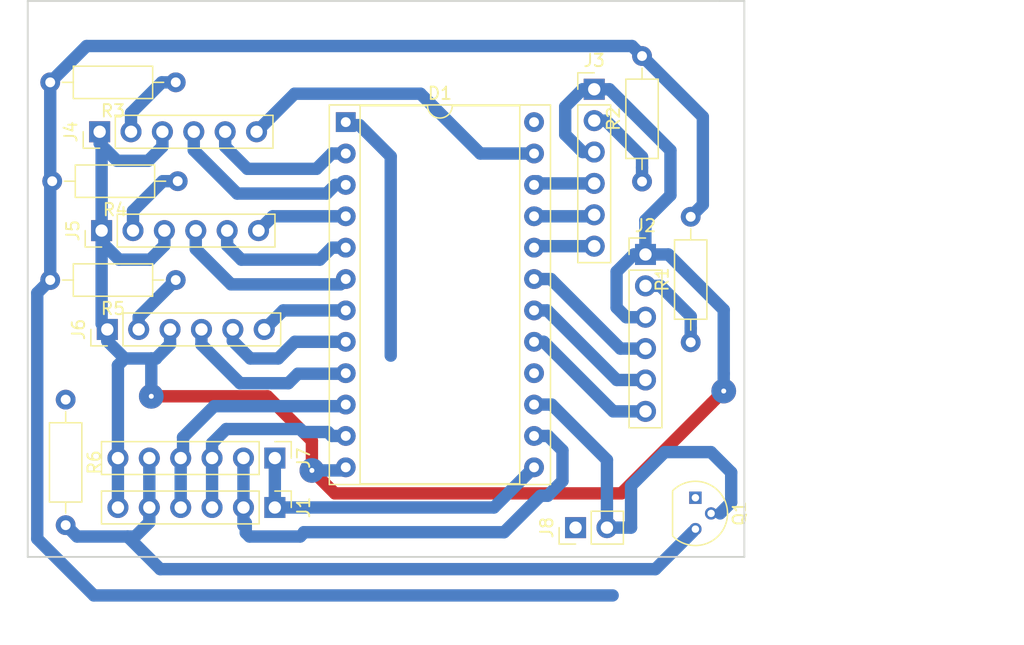
<source format=kicad_pcb>
(kicad_pcb (version 4) (host pcbnew 4.0.7-e2-6376~58~ubuntu14.04.1)

  (general
    (links 53)
    (no_connects 8)
    (area 103.924999 17.924999 162.075001 63.075001)
    (thickness 1.6)
    (drawings 8)
    (tracks 210)
    (zones 0)
    (modules 16)
    (nets 30)
  )

  (page A4)
  (layers
    (0 F.Cu signal)
    (31 B.Cu signal)
    (32 B.Adhes user)
    (33 F.Adhes user)
    (34 B.Paste user)
    (35 F.Paste user)
    (36 B.SilkS user)
    (37 F.SilkS user)
    (38 B.Mask user)
    (39 F.Mask user)
    (40 Dwgs.User user)
    (41 Cmts.User user)
    (42 Eco1.User user)
    (43 Eco2.User user)
    (44 Edge.Cuts user)
    (45 Margin user)
    (46 B.CrtYd user)
    (47 F.CrtYd user)
    (48 B.Fab user)
    (49 F.Fab user)
  )

  (setup
    (last_trace_width 1)
    (trace_clearance 1)
    (zone_clearance 0.508)
    (zone_45_only no)
    (trace_min 0.2)
    (segment_width 0.2)
    (edge_width 0.15)
    (via_size 1)
    (via_drill 0.4)
    (via_min_size 0.4)
    (via_min_drill 0.3)
    (uvia_size 0.3)
    (uvia_drill 0.1)
    (uvias_allowed no)
    (uvia_min_size 0.2)
    (uvia_min_drill 0.1)
    (pcb_text_width 0.3)
    (pcb_text_size 1.5 1.5)
    (mod_edge_width 0.15)
    (mod_text_size 1 1)
    (mod_text_width 0.15)
    (pad_size 1.524 1.524)
    (pad_drill 0.762)
    (pad_to_mask_clearance 0.2)
    (aux_axis_origin 0 0)
    (visible_elements FFFFFF7F)
    (pcbplotparams
      (layerselection 0x00030_80000001)
      (usegerberextensions false)
      (excludeedgelayer true)
      (linewidth 0.100000)
      (plotframeref false)
      (viasonmask false)
      (mode 1)
      (useauxorigin false)
      (hpglpennumber 1)
      (hpglpenspeed 20)
      (hpglpendiameter 15)
      (hpglpenoverlay 2)
      (psnegative false)
      (psa4output false)
      (plotreference true)
      (plotvalue true)
      (plotinvisibletext false)
      (padsonsilk false)
      (subtractmaskfromsilk false)
      (outputformat 1)
      (mirror false)
      (drillshape 0)
      (scaleselection 1)
      (outputdirectory ""))
  )

  (net 0 "")
  (net 1 /S3)
  (net 2 "Net-(D1-Pad2)")
  (net 3 /S2)
  (net 4 "Net-(D1-Pad3)")
  (net 5 Earth)
  (net 6 "Net-(D1-Pad4)")
  (net 7 "Net-(D1-Pad5)")
  (net 8 "Net-(D1-Pad17)")
  (net 9 "Net-(D1-Pad6)")
  (net 10 "Net-(D1-Pad18)")
  (net 11 "Net-(D1-Pad7)")
  (net 12 "Net-(D1-Pad19)")
  (net 13 "Net-(D1-Pad8)")
  (net 14 "Net-(D1-Pad20)")
  (net 15 "Net-(D1-Pad9)")
  (net 16 "Net-(D1-Pad21)")
  (net 17 /S0)
  (net 18 "Net-(D1-Pad22)")
  (net 19 /S1)
  (net 20 "Net-(D1-Pad23)")
  (net 21 +5V)
  (net 22 "Net-(J2-Pad2)")
  (net 23 "Net-(J3-Pad2)")
  (net 24 "Net-(J4-Pad2)")
  (net 25 "Net-(J5-Pad2)")
  (net 26 "Net-(J6-Pad2)")
  (net 27 /output)
  (net 28 /enable)
  (net 29 /ledpow)

  (net_class Default "This is the default net class."
    (clearance 1)
    (trace_width 1)
    (via_dia 1)
    (via_drill 0.4)
    (uvia_dia 0.3)
    (uvia_drill 0.1)
    (add_net +5V)
    (add_net /S0)
    (add_net /S1)
    (add_net /S2)
    (add_net /S3)
    (add_net /enable)
    (add_net /ledpow)
    (add_net /output)
    (add_net Earth)
    (add_net "Net-(D1-Pad17)")
    (add_net "Net-(D1-Pad18)")
    (add_net "Net-(D1-Pad19)")
    (add_net "Net-(D1-Pad2)")
    (add_net "Net-(D1-Pad20)")
    (add_net "Net-(D1-Pad21)")
    (add_net "Net-(D1-Pad22)")
    (add_net "Net-(D1-Pad23)")
    (add_net "Net-(D1-Pad3)")
    (add_net "Net-(D1-Pad4)")
    (add_net "Net-(D1-Pad5)")
    (add_net "Net-(D1-Pad6)")
    (add_net "Net-(D1-Pad7)")
    (add_net "Net-(D1-Pad8)")
    (add_net "Net-(D1-Pad9)")
    (add_net "Net-(J2-Pad2)")
    (add_net "Net-(J3-Pad2)")
    (add_net "Net-(J4-Pad2)")
    (add_net "Net-(J5-Pad2)")
    (add_net "Net-(J6-Pad2)")
  )

  (module Resistors_THT:R_Axial_DIN0207_L6.3mm_D2.5mm_P10.16mm_Horizontal (layer F.Cu) (tedit 5874F706) (tstamp 5B6F0F4A)
    (at 107.07 50.27 270)
    (descr "Resistor, Axial_DIN0207 series, Axial, Horizontal, pin pitch=10.16mm, 0.25W = 1/4W, length*diameter=6.3*2.5mm^2, http://cdn-reichelt.de/documents/datenblatt/B400/1_4W%23YAG.pdf")
    (tags "Resistor Axial_DIN0207 series Axial Horizontal pin pitch 10.16mm 0.25W = 1/4W length 6.3mm diameter 2.5mm")
    (path /5B6F203E)
    (fp_text reference R6 (at 5.08 -2.31 270) (layer F.SilkS)
      (effects (font (size 1 1) (thickness 0.15)))
    )
    (fp_text value R (at 5.08 2.31 270) (layer F.Fab)
      (effects (font (size 1 1) (thickness 0.15)))
    )
    (fp_line (start 1.93 -1.25) (end 1.93 1.25) (layer F.Fab) (width 0.1))
    (fp_line (start 1.93 1.25) (end 8.23 1.25) (layer F.Fab) (width 0.1))
    (fp_line (start 8.23 1.25) (end 8.23 -1.25) (layer F.Fab) (width 0.1))
    (fp_line (start 8.23 -1.25) (end 1.93 -1.25) (layer F.Fab) (width 0.1))
    (fp_line (start 0 0) (end 1.93 0) (layer F.Fab) (width 0.1))
    (fp_line (start 10.16 0) (end 8.23 0) (layer F.Fab) (width 0.1))
    (fp_line (start 1.87 -1.31) (end 1.87 1.31) (layer F.SilkS) (width 0.12))
    (fp_line (start 1.87 1.31) (end 8.29 1.31) (layer F.SilkS) (width 0.12))
    (fp_line (start 8.29 1.31) (end 8.29 -1.31) (layer F.SilkS) (width 0.12))
    (fp_line (start 8.29 -1.31) (end 1.87 -1.31) (layer F.SilkS) (width 0.12))
    (fp_line (start 0.98 0) (end 1.87 0) (layer F.SilkS) (width 0.12))
    (fp_line (start 9.18 0) (end 8.29 0) (layer F.SilkS) (width 0.12))
    (fp_line (start -1.05 -1.6) (end -1.05 1.6) (layer F.CrtYd) (width 0.05))
    (fp_line (start -1.05 1.6) (end 11.25 1.6) (layer F.CrtYd) (width 0.05))
    (fp_line (start 11.25 1.6) (end 11.25 -1.6) (layer F.CrtYd) (width 0.05))
    (fp_line (start 11.25 -1.6) (end -1.05 -1.6) (layer F.CrtYd) (width 0.05))
    (pad 1 thru_hole circle (at 0 0 270) (size 1.6 1.6) (drill 0.8) (layers *.Cu *.Mask)
      (net 27 /output))
    (pad 2 thru_hole oval (at 10.16 0 270) (size 1.6 1.6) (drill 0.8) (layers *.Cu *.Mask)
      (net 21 +5V))
    (model ${KISYS3DMOD}/Resistors_THT.3dshapes/R_Axial_DIN0207_L6.3mm_D2.5mm_P10.16mm_Horizontal.wrl
      (at (xyz 0 0 0))
      (scale (xyz 0.393701 0.393701 0.393701))
      (rotate (xyz 0 0 0))
    )
  )

  (module Housings_DIP:DIP-24_W15.24mm_Socket (layer F.Cu) (tedit 59C78D6C) (tstamp 5B63208C)
    (at 129.74 27.81)
    (descr "24-lead though-hole mounted DIP package, row spacing 15.24 mm (600 mils), Socket")
    (tags "THT DIP DIL PDIP 2.54mm 15.24mm 600mil Socket")
    (path /5B62DF58)
    (fp_text reference D1 (at 7.62 -2.33) (layer F.SilkS)
      (effects (font (size 1 1) (thickness 0.15)))
    )
    (fp_text value 74HC4067 (at 7.62 30.27) (layer F.Fab)
      (effects (font (size 1 1) (thickness 0.15)))
    )
    (fp_arc (start 7.62 -1.33) (end 6.62 -1.33) (angle -180) (layer F.SilkS) (width 0.12))
    (fp_line (start 1.255 -1.27) (end 14.985 -1.27) (layer F.Fab) (width 0.1))
    (fp_line (start 14.985 -1.27) (end 14.985 29.21) (layer F.Fab) (width 0.1))
    (fp_line (start 14.985 29.21) (end 0.255 29.21) (layer F.Fab) (width 0.1))
    (fp_line (start 0.255 29.21) (end 0.255 -0.27) (layer F.Fab) (width 0.1))
    (fp_line (start 0.255 -0.27) (end 1.255 -1.27) (layer F.Fab) (width 0.1))
    (fp_line (start -1.27 -1.33) (end -1.27 29.27) (layer F.Fab) (width 0.1))
    (fp_line (start -1.27 29.27) (end 16.51 29.27) (layer F.Fab) (width 0.1))
    (fp_line (start 16.51 29.27) (end 16.51 -1.33) (layer F.Fab) (width 0.1))
    (fp_line (start 16.51 -1.33) (end -1.27 -1.33) (layer F.Fab) (width 0.1))
    (fp_line (start 6.62 -1.33) (end 1.16 -1.33) (layer F.SilkS) (width 0.12))
    (fp_line (start 1.16 -1.33) (end 1.16 29.27) (layer F.SilkS) (width 0.12))
    (fp_line (start 1.16 29.27) (end 14.08 29.27) (layer F.SilkS) (width 0.12))
    (fp_line (start 14.08 29.27) (end 14.08 -1.33) (layer F.SilkS) (width 0.12))
    (fp_line (start 14.08 -1.33) (end 8.62 -1.33) (layer F.SilkS) (width 0.12))
    (fp_line (start -1.33 -1.39) (end -1.33 29.33) (layer F.SilkS) (width 0.12))
    (fp_line (start -1.33 29.33) (end 16.57 29.33) (layer F.SilkS) (width 0.12))
    (fp_line (start 16.57 29.33) (end 16.57 -1.39) (layer F.SilkS) (width 0.12))
    (fp_line (start 16.57 -1.39) (end -1.33 -1.39) (layer F.SilkS) (width 0.12))
    (fp_line (start -1.55 -1.6) (end -1.55 29.55) (layer F.CrtYd) (width 0.05))
    (fp_line (start -1.55 29.55) (end 16.8 29.55) (layer F.CrtYd) (width 0.05))
    (fp_line (start 16.8 29.55) (end 16.8 -1.6) (layer F.CrtYd) (width 0.05))
    (fp_line (start 16.8 -1.6) (end -1.55 -1.6) (layer F.CrtYd) (width 0.05))
    (fp_text user %R (at 7.62 13.97) (layer F.Fab)
      (effects (font (size 1 1) (thickness 0.15)))
    )
    (pad 1 thru_hole rect (at 0 0) (size 1.6 1.6) (drill 0.8) (layers *.Cu *.Mask)
      (net 27 /output))
    (pad 13 thru_hole oval (at 15.24 27.94) (size 1.6 1.6) (drill 0.8) (layers *.Cu *.Mask)
      (net 1 /S3))
    (pad 2 thru_hole oval (at 0 2.54) (size 1.6 1.6) (drill 0.8) (layers *.Cu *.Mask)
      (net 2 "Net-(D1-Pad2)"))
    (pad 14 thru_hole oval (at 15.24 25.4) (size 1.6 1.6) (drill 0.8) (layers *.Cu *.Mask)
      (net 3 /S2))
    (pad 3 thru_hole oval (at 0 5.08) (size 1.6 1.6) (drill 0.8) (layers *.Cu *.Mask)
      (net 4 "Net-(D1-Pad3)"))
    (pad 15 thru_hole oval (at 15.24 22.86) (size 1.6 1.6) (drill 0.8) (layers *.Cu *.Mask)
      (net 28 /enable))
    (pad 4 thru_hole oval (at 0 7.62) (size 1.6 1.6) (drill 0.8) (layers *.Cu *.Mask)
      (net 6 "Net-(D1-Pad4)"))
    (pad 16 thru_hole oval (at 15.24 20.32) (size 1.6 1.6) (drill 0.8) (layers *.Cu *.Mask))
    (pad 5 thru_hole oval (at 0 10.16) (size 1.6 1.6) (drill 0.8) (layers *.Cu *.Mask)
      (net 7 "Net-(D1-Pad5)"))
    (pad 17 thru_hole oval (at 15.24 17.78) (size 1.6 1.6) (drill 0.8) (layers *.Cu *.Mask)
      (net 8 "Net-(D1-Pad17)"))
    (pad 6 thru_hole oval (at 0 12.7) (size 1.6 1.6) (drill 0.8) (layers *.Cu *.Mask)
      (net 9 "Net-(D1-Pad6)"))
    (pad 18 thru_hole oval (at 15.24 15.24) (size 1.6 1.6) (drill 0.8) (layers *.Cu *.Mask)
      (net 10 "Net-(D1-Pad18)"))
    (pad 7 thru_hole oval (at 0 15.24) (size 1.6 1.6) (drill 0.8) (layers *.Cu *.Mask)
      (net 11 "Net-(D1-Pad7)"))
    (pad 19 thru_hole oval (at 15.24 12.7) (size 1.6 1.6) (drill 0.8) (layers *.Cu *.Mask)
      (net 12 "Net-(D1-Pad19)"))
    (pad 8 thru_hole oval (at 0 17.78) (size 1.6 1.6) (drill 0.8) (layers *.Cu *.Mask)
      (net 13 "Net-(D1-Pad8)"))
    (pad 20 thru_hole oval (at 15.24 10.16) (size 1.6 1.6) (drill 0.8) (layers *.Cu *.Mask)
      (net 14 "Net-(D1-Pad20)"))
    (pad 9 thru_hole oval (at 0 20.32) (size 1.6 1.6) (drill 0.8) (layers *.Cu *.Mask)
      (net 15 "Net-(D1-Pad9)"))
    (pad 21 thru_hole oval (at 15.24 7.62) (size 1.6 1.6) (drill 0.8) (layers *.Cu *.Mask)
      (net 16 "Net-(D1-Pad21)"))
    (pad 10 thru_hole oval (at 0 22.86) (size 1.6 1.6) (drill 0.8) (layers *.Cu *.Mask)
      (net 17 /S0))
    (pad 22 thru_hole oval (at 15.24 5.08) (size 1.6 1.6) (drill 0.8) (layers *.Cu *.Mask)
      (net 18 "Net-(D1-Pad22)"))
    (pad 11 thru_hole oval (at 0 25.4) (size 1.6 1.6) (drill 0.8) (layers *.Cu *.Mask)
      (net 19 /S1))
    (pad 23 thru_hole oval (at 15.24 2.54) (size 1.6 1.6) (drill 0.8) (layers *.Cu *.Mask)
      (net 20 "Net-(D1-Pad23)"))
    (pad 12 thru_hole oval (at 0 27.94) (size 1.6 1.6) (drill 0.8) (layers *.Cu *.Mask)
      (net 5 Earth))
    (pad 24 thru_hole oval (at 15.24 0) (size 1.6 1.6) (drill 0.8) (layers *.Cu *.Mask)
      (net 21 +5V))
    (model ${KISYS3DMOD}/Housings_DIP.3dshapes/DIP-24_W15.24mm_Socket.wrl
      (at (xyz 0 0 0))
      (scale (xyz 1 1 1))
      (rotate (xyz 0 0 0))
    )
  )

  (module Resistors_THT:R_Axial_DIN0207_L6.3mm_D2.5mm_P10.16mm_Horizontal (layer F.Cu) (tedit 5874F706) (tstamp 5B63218F)
    (at 115.98 40.59 180)
    (descr "Resistor, Axial_DIN0207 series, Axial, Horizontal, pin pitch=10.16mm, 0.25W = 1/4W, length*diameter=6.3*2.5mm^2, http://cdn-reichelt.de/documents/datenblatt/B400/1_4W%23YAG.pdf")
    (tags "Resistor Axial_DIN0207 series Axial Horizontal pin pitch 10.16mm 0.25W = 1/4W length 6.3mm diameter 2.5mm")
    (path /5B631B6C)
    (fp_text reference R5 (at 5.08 -2.31 180) (layer F.SilkS)
      (effects (font (size 1 1) (thickness 0.15)))
    )
    (fp_text value R (at 5.08 2.31 180) (layer F.Fab)
      (effects (font (size 1 1) (thickness 0.15)))
    )
    (fp_line (start 1.93 -1.25) (end 1.93 1.25) (layer F.Fab) (width 0.1))
    (fp_line (start 1.93 1.25) (end 8.23 1.25) (layer F.Fab) (width 0.1))
    (fp_line (start 8.23 1.25) (end 8.23 -1.25) (layer F.Fab) (width 0.1))
    (fp_line (start 8.23 -1.25) (end 1.93 -1.25) (layer F.Fab) (width 0.1))
    (fp_line (start 0 0) (end 1.93 0) (layer F.Fab) (width 0.1))
    (fp_line (start 10.16 0) (end 8.23 0) (layer F.Fab) (width 0.1))
    (fp_line (start 1.87 -1.31) (end 1.87 1.31) (layer F.SilkS) (width 0.12))
    (fp_line (start 1.87 1.31) (end 8.29 1.31) (layer F.SilkS) (width 0.12))
    (fp_line (start 8.29 1.31) (end 8.29 -1.31) (layer F.SilkS) (width 0.12))
    (fp_line (start 8.29 -1.31) (end 1.87 -1.31) (layer F.SilkS) (width 0.12))
    (fp_line (start 0.98 0) (end 1.87 0) (layer F.SilkS) (width 0.12))
    (fp_line (start 9.18 0) (end 8.29 0) (layer F.SilkS) (width 0.12))
    (fp_line (start -1.05 -1.6) (end -1.05 1.6) (layer F.CrtYd) (width 0.05))
    (fp_line (start -1.05 1.6) (end 11.25 1.6) (layer F.CrtYd) (width 0.05))
    (fp_line (start 11.25 1.6) (end 11.25 -1.6) (layer F.CrtYd) (width 0.05))
    (fp_line (start 11.25 -1.6) (end -1.05 -1.6) (layer F.CrtYd) (width 0.05))
    (pad 1 thru_hole circle (at 0 0 180) (size 1.6 1.6) (drill 0.8) (layers *.Cu *.Mask)
      (net 26 "Net-(J6-Pad2)"))
    (pad 2 thru_hole oval (at 10.16 0 180) (size 1.6 1.6) (drill 0.8) (layers *.Cu *.Mask)
      (net 29 /ledpow))
    (model ${KISYS3DMOD}/Resistors_THT.3dshapes/R_Axial_DIN0207_L6.3mm_D2.5mm_P10.16mm_Horizontal.wrl
      (at (xyz 0 0 0))
      (scale (xyz 0.393701 0.393701 0.393701))
      (rotate (xyz 0 0 0))
    )
  )

  (module Pin_Headers:Pin_Header_Straight_1x06_Pitch2.54mm (layer F.Cu) (tedit 59650532) (tstamp 5B632103)
    (at 110.44 44.59 90)
    (descr "Through hole straight pin header, 1x06, 2.54mm pitch, single row")
    (tags "Through hole pin header THT 1x06 2.54mm single row")
    (path /5B631B5A)
    (fp_text reference J6 (at 0 -2.33 90) (layer F.SilkS)
      (effects (font (size 1 1) (thickness 0.15)))
    )
    (fp_text value Conn_01x06 (at 0 15.03 90) (layer F.Fab)
      (effects (font (size 1 1) (thickness 0.15)))
    )
    (fp_line (start -0.635 -1.27) (end 1.27 -1.27) (layer F.Fab) (width 0.1))
    (fp_line (start 1.27 -1.27) (end 1.27 13.97) (layer F.Fab) (width 0.1))
    (fp_line (start 1.27 13.97) (end -1.27 13.97) (layer F.Fab) (width 0.1))
    (fp_line (start -1.27 13.97) (end -1.27 -0.635) (layer F.Fab) (width 0.1))
    (fp_line (start -1.27 -0.635) (end -0.635 -1.27) (layer F.Fab) (width 0.1))
    (fp_line (start -1.33 14.03) (end 1.33 14.03) (layer F.SilkS) (width 0.12))
    (fp_line (start -1.33 1.27) (end -1.33 14.03) (layer F.SilkS) (width 0.12))
    (fp_line (start 1.33 1.27) (end 1.33 14.03) (layer F.SilkS) (width 0.12))
    (fp_line (start -1.33 1.27) (end 1.33 1.27) (layer F.SilkS) (width 0.12))
    (fp_line (start -1.33 0) (end -1.33 -1.33) (layer F.SilkS) (width 0.12))
    (fp_line (start -1.33 -1.33) (end 0 -1.33) (layer F.SilkS) (width 0.12))
    (fp_line (start -1.8 -1.8) (end -1.8 14.5) (layer F.CrtYd) (width 0.05))
    (fp_line (start -1.8 14.5) (end 1.8 14.5) (layer F.CrtYd) (width 0.05))
    (fp_line (start 1.8 14.5) (end 1.8 -1.8) (layer F.CrtYd) (width 0.05))
    (fp_line (start 1.8 -1.8) (end -1.8 -1.8) (layer F.CrtYd) (width 0.05))
    (fp_text user %R (at 0 6.35 180) (layer F.Fab)
      (effects (font (size 1 1) (thickness 0.15)))
    )
    (pad 1 thru_hole rect (at 0 0 90) (size 1.7 1.7) (drill 1) (layers *.Cu *.Mask)
      (net 5 Earth))
    (pad 2 thru_hole oval (at 0 2.54 90) (size 1.7 1.7) (drill 1) (layers *.Cu *.Mask)
      (net 26 "Net-(J6-Pad2)"))
    (pad 3 thru_hole oval (at 0 5.08 90) (size 1.7 1.7) (drill 1) (layers *.Cu *.Mask)
      (net 5 Earth))
    (pad 4 thru_hole oval (at 0 7.62 90) (size 1.7 1.7) (drill 1) (layers *.Cu *.Mask)
      (net 15 "Net-(D1-Pad9)"))
    (pad 5 thru_hole oval (at 0 10.16 90) (size 1.7 1.7) (drill 1) (layers *.Cu *.Mask)
      (net 13 "Net-(D1-Pad8)"))
    (pad 6 thru_hole oval (at 0 12.7 90) (size 1.7 1.7) (drill 1) (layers *.Cu *.Mask)
      (net 11 "Net-(D1-Pad7)"))
    (model ${KISYS3DMOD}/Pin_Headers.3dshapes/Pin_Header_Straight_1x06_Pitch2.54mm.wrl
      (at (xyz 0 0 0))
      (scale (xyz 1 1 1))
      (rotate (xyz 0 0 0))
    )
  )

  (module Resistors_THT:R_Axial_DIN0207_L6.3mm_D2.5mm_P10.16mm_Horizontal (layer F.Cu) (tedit 5874F706) (tstamp 5B632183)
    (at 115.98 24.59 180)
    (descr "Resistor, Axial_DIN0207 series, Axial, Horizontal, pin pitch=10.16mm, 0.25W = 1/4W, length*diameter=6.3*2.5mm^2, http://cdn-reichelt.de/documents/datenblatt/B400/1_4W%23YAG.pdf")
    (tags "Resistor Axial_DIN0207 series Axial Horizontal pin pitch 10.16mm 0.25W = 1/4W length 6.3mm diameter 2.5mm")
    (path /5B6313A4)
    (fp_text reference R3 (at 5.08 -2.31 180) (layer F.SilkS)
      (effects (font (size 1 1) (thickness 0.15)))
    )
    (fp_text value R (at 5.08 2.31 180) (layer F.Fab)
      (effects (font (size 1 1) (thickness 0.15)))
    )
    (fp_line (start 1.93 -1.25) (end 1.93 1.25) (layer F.Fab) (width 0.1))
    (fp_line (start 1.93 1.25) (end 8.23 1.25) (layer F.Fab) (width 0.1))
    (fp_line (start 8.23 1.25) (end 8.23 -1.25) (layer F.Fab) (width 0.1))
    (fp_line (start 8.23 -1.25) (end 1.93 -1.25) (layer F.Fab) (width 0.1))
    (fp_line (start 0 0) (end 1.93 0) (layer F.Fab) (width 0.1))
    (fp_line (start 10.16 0) (end 8.23 0) (layer F.Fab) (width 0.1))
    (fp_line (start 1.87 -1.31) (end 1.87 1.31) (layer F.SilkS) (width 0.12))
    (fp_line (start 1.87 1.31) (end 8.29 1.31) (layer F.SilkS) (width 0.12))
    (fp_line (start 8.29 1.31) (end 8.29 -1.31) (layer F.SilkS) (width 0.12))
    (fp_line (start 8.29 -1.31) (end 1.87 -1.31) (layer F.SilkS) (width 0.12))
    (fp_line (start 0.98 0) (end 1.87 0) (layer F.SilkS) (width 0.12))
    (fp_line (start 9.18 0) (end 8.29 0) (layer F.SilkS) (width 0.12))
    (fp_line (start -1.05 -1.6) (end -1.05 1.6) (layer F.CrtYd) (width 0.05))
    (fp_line (start -1.05 1.6) (end 11.25 1.6) (layer F.CrtYd) (width 0.05))
    (fp_line (start 11.25 1.6) (end 11.25 -1.6) (layer F.CrtYd) (width 0.05))
    (fp_line (start 11.25 -1.6) (end -1.05 -1.6) (layer F.CrtYd) (width 0.05))
    (pad 1 thru_hole circle (at 0 0 180) (size 1.6 1.6) (drill 0.8) (layers *.Cu *.Mask)
      (net 24 "Net-(J4-Pad2)"))
    (pad 2 thru_hole oval (at 10.16 0 180) (size 1.6 1.6) (drill 0.8) (layers *.Cu *.Mask)
      (net 29 /ledpow))
    (model ${KISYS3DMOD}/Resistors_THT.3dshapes/R_Axial_DIN0207_L6.3mm_D2.5mm_P10.16mm_Horizontal.wrl
      (at (xyz 0 0 0))
      (scale (xyz 0.393701 0.393701 0.393701))
      (rotate (xyz 0 0 0))
    )
  )

  (module Pin_Headers:Pin_Header_Straight_1x06_Pitch2.54mm (layer F.Cu) (tedit 59650532) (tstamp 5B6320E5)
    (at 149.85 25.15)
    (descr "Through hole straight pin header, 1x06, 2.54mm pitch, single row")
    (tags "Through hole pin header THT 1x06 2.54mm single row")
    (path /5B631308)
    (fp_text reference J3 (at 0 -2.33) (layer F.SilkS)
      (effects (font (size 1 1) (thickness 0.15)))
    )
    (fp_text value Conn_01x06 (at 0 15.03) (layer F.Fab)
      (effects (font (size 1 1) (thickness 0.15)))
    )
    (fp_line (start -0.635 -1.27) (end 1.27 -1.27) (layer F.Fab) (width 0.1))
    (fp_line (start 1.27 -1.27) (end 1.27 13.97) (layer F.Fab) (width 0.1))
    (fp_line (start 1.27 13.97) (end -1.27 13.97) (layer F.Fab) (width 0.1))
    (fp_line (start -1.27 13.97) (end -1.27 -0.635) (layer F.Fab) (width 0.1))
    (fp_line (start -1.27 -0.635) (end -0.635 -1.27) (layer F.Fab) (width 0.1))
    (fp_line (start -1.33 14.03) (end 1.33 14.03) (layer F.SilkS) (width 0.12))
    (fp_line (start -1.33 1.27) (end -1.33 14.03) (layer F.SilkS) (width 0.12))
    (fp_line (start 1.33 1.27) (end 1.33 14.03) (layer F.SilkS) (width 0.12))
    (fp_line (start -1.33 1.27) (end 1.33 1.27) (layer F.SilkS) (width 0.12))
    (fp_line (start -1.33 0) (end -1.33 -1.33) (layer F.SilkS) (width 0.12))
    (fp_line (start -1.33 -1.33) (end 0 -1.33) (layer F.SilkS) (width 0.12))
    (fp_line (start -1.8 -1.8) (end -1.8 14.5) (layer F.CrtYd) (width 0.05))
    (fp_line (start -1.8 14.5) (end 1.8 14.5) (layer F.CrtYd) (width 0.05))
    (fp_line (start 1.8 14.5) (end 1.8 -1.8) (layer F.CrtYd) (width 0.05))
    (fp_line (start 1.8 -1.8) (end -1.8 -1.8) (layer F.CrtYd) (width 0.05))
    (fp_text user %R (at 0 6.35 90) (layer F.Fab)
      (effects (font (size 1 1) (thickness 0.15)))
    )
    (pad 1 thru_hole rect (at 0 0) (size 1.7 1.7) (drill 1) (layers *.Cu *.Mask)
      (net 5 Earth))
    (pad 2 thru_hole oval (at 0 2.54) (size 1.7 1.7) (drill 1) (layers *.Cu *.Mask)
      (net 23 "Net-(J3-Pad2)"))
    (pad 3 thru_hole oval (at 0 5.08) (size 1.7 1.7) (drill 1) (layers *.Cu *.Mask)
      (net 5 Earth))
    (pad 4 thru_hole oval (at 0 7.62) (size 1.7 1.7) (drill 1) (layers *.Cu *.Mask)
      (net 18 "Net-(D1-Pad22)"))
    (pad 5 thru_hole oval (at 0 10.16) (size 1.7 1.7) (drill 1) (layers *.Cu *.Mask)
      (net 16 "Net-(D1-Pad21)"))
    (pad 6 thru_hole oval (at 0 12.7) (size 1.7 1.7) (drill 1) (layers *.Cu *.Mask)
      (net 14 "Net-(D1-Pad20)"))
    (model ${KISYS3DMOD}/Pin_Headers.3dshapes/Pin_Header_Straight_1x06_Pitch2.54mm.wrl
      (at (xyz 0 0 0))
      (scale (xyz 1 1 1))
      (rotate (xyz 0 0 0))
    )
  )

  (module Pin_Headers:Pin_Header_Straight_1x06_Pitch2.54mm (layer F.Cu) (tedit 59650532) (tstamp 5B6320EF)
    (at 109.82 28.59 90)
    (descr "Through hole straight pin header, 1x06, 2.54mm pitch, single row")
    (tags "Through hole pin header THT 1x06 2.54mm single row")
    (path /5B631392)
    (fp_text reference J4 (at 0 -2.33 90) (layer F.SilkS)
      (effects (font (size 1 1) (thickness 0.15)))
    )
    (fp_text value Conn_01x06 (at 0 15.03 90) (layer F.Fab)
      (effects (font (size 1 1) (thickness 0.15)))
    )
    (fp_line (start -0.635 -1.27) (end 1.27 -1.27) (layer F.Fab) (width 0.1))
    (fp_line (start 1.27 -1.27) (end 1.27 13.97) (layer F.Fab) (width 0.1))
    (fp_line (start 1.27 13.97) (end -1.27 13.97) (layer F.Fab) (width 0.1))
    (fp_line (start -1.27 13.97) (end -1.27 -0.635) (layer F.Fab) (width 0.1))
    (fp_line (start -1.27 -0.635) (end -0.635 -1.27) (layer F.Fab) (width 0.1))
    (fp_line (start -1.33 14.03) (end 1.33 14.03) (layer F.SilkS) (width 0.12))
    (fp_line (start -1.33 1.27) (end -1.33 14.03) (layer F.SilkS) (width 0.12))
    (fp_line (start 1.33 1.27) (end 1.33 14.03) (layer F.SilkS) (width 0.12))
    (fp_line (start -1.33 1.27) (end 1.33 1.27) (layer F.SilkS) (width 0.12))
    (fp_line (start -1.33 0) (end -1.33 -1.33) (layer F.SilkS) (width 0.12))
    (fp_line (start -1.33 -1.33) (end 0 -1.33) (layer F.SilkS) (width 0.12))
    (fp_line (start -1.8 -1.8) (end -1.8 14.5) (layer F.CrtYd) (width 0.05))
    (fp_line (start -1.8 14.5) (end 1.8 14.5) (layer F.CrtYd) (width 0.05))
    (fp_line (start 1.8 14.5) (end 1.8 -1.8) (layer F.CrtYd) (width 0.05))
    (fp_line (start 1.8 -1.8) (end -1.8 -1.8) (layer F.CrtYd) (width 0.05))
    (fp_text user %R (at 0 6.35 180) (layer F.Fab)
      (effects (font (size 1 1) (thickness 0.15)))
    )
    (pad 1 thru_hole rect (at 0 0 90) (size 1.7 1.7) (drill 1) (layers *.Cu *.Mask)
      (net 5 Earth))
    (pad 2 thru_hole oval (at 0 2.54 90) (size 1.7 1.7) (drill 1) (layers *.Cu *.Mask)
      (net 24 "Net-(J4-Pad2)"))
    (pad 3 thru_hole oval (at 0 5.08 90) (size 1.7 1.7) (drill 1) (layers *.Cu *.Mask)
      (net 5 Earth))
    (pad 4 thru_hole oval (at 0 7.62 90) (size 1.7 1.7) (drill 1) (layers *.Cu *.Mask)
      (net 4 "Net-(D1-Pad3)"))
    (pad 5 thru_hole oval (at 0 10.16 90) (size 1.7 1.7) (drill 1) (layers *.Cu *.Mask)
      (net 2 "Net-(D1-Pad2)"))
    (pad 6 thru_hole oval (at 0 12.7 90) (size 1.7 1.7) (drill 1) (layers *.Cu *.Mask)
      (net 20 "Net-(D1-Pad23)"))
    (model ${KISYS3DMOD}/Pin_Headers.3dshapes/Pin_Header_Straight_1x06_Pitch2.54mm.wrl
      (at (xyz 0 0 0))
      (scale (xyz 1 1 1))
      (rotate (xyz 0 0 0))
    )
  )

  (module Pin_Headers:Pin_Header_Straight_1x06_Pitch2.54mm (layer F.Cu) (tedit 59650532) (tstamp 5B6320DB)
    (at 154 38.52)
    (descr "Through hole straight pin header, 1x06, 2.54mm pitch, single row")
    (tags "Through hole pin header THT 1x06 2.54mm single row")
    (path /5B6310C5)
    (fp_text reference J2 (at 0 -2.33) (layer F.SilkS)
      (effects (font (size 1 1) (thickness 0.15)))
    )
    (fp_text value Conn_01x06 (at 0 15.03) (layer F.Fab)
      (effects (font (size 1 1) (thickness 0.15)))
    )
    (fp_line (start -0.635 -1.27) (end 1.27 -1.27) (layer F.Fab) (width 0.1))
    (fp_line (start 1.27 -1.27) (end 1.27 13.97) (layer F.Fab) (width 0.1))
    (fp_line (start 1.27 13.97) (end -1.27 13.97) (layer F.Fab) (width 0.1))
    (fp_line (start -1.27 13.97) (end -1.27 -0.635) (layer F.Fab) (width 0.1))
    (fp_line (start -1.27 -0.635) (end -0.635 -1.27) (layer F.Fab) (width 0.1))
    (fp_line (start -1.33 14.03) (end 1.33 14.03) (layer F.SilkS) (width 0.12))
    (fp_line (start -1.33 1.27) (end -1.33 14.03) (layer F.SilkS) (width 0.12))
    (fp_line (start 1.33 1.27) (end 1.33 14.03) (layer F.SilkS) (width 0.12))
    (fp_line (start -1.33 1.27) (end 1.33 1.27) (layer F.SilkS) (width 0.12))
    (fp_line (start -1.33 0) (end -1.33 -1.33) (layer F.SilkS) (width 0.12))
    (fp_line (start -1.33 -1.33) (end 0 -1.33) (layer F.SilkS) (width 0.12))
    (fp_line (start -1.8 -1.8) (end -1.8 14.5) (layer F.CrtYd) (width 0.05))
    (fp_line (start -1.8 14.5) (end 1.8 14.5) (layer F.CrtYd) (width 0.05))
    (fp_line (start 1.8 14.5) (end 1.8 -1.8) (layer F.CrtYd) (width 0.05))
    (fp_line (start 1.8 -1.8) (end -1.8 -1.8) (layer F.CrtYd) (width 0.05))
    (fp_text user %R (at 0 6.35 90) (layer F.Fab)
      (effects (font (size 1 1) (thickness 0.15)))
    )
    (pad 1 thru_hole rect (at 0 0) (size 1.7 1.7) (drill 1) (layers *.Cu *.Mask)
      (net 5 Earth))
    (pad 2 thru_hole oval (at 0 2.54) (size 1.7 1.7) (drill 1) (layers *.Cu *.Mask)
      (net 22 "Net-(J2-Pad2)"))
    (pad 3 thru_hole oval (at 0 5.08) (size 1.7 1.7) (drill 1) (layers *.Cu *.Mask)
      (net 5 Earth))
    (pad 4 thru_hole oval (at 0 7.62) (size 1.7 1.7) (drill 1) (layers *.Cu *.Mask)
      (net 12 "Net-(D1-Pad19)"))
    (pad 5 thru_hole oval (at 0 10.16) (size 1.7 1.7) (drill 1) (layers *.Cu *.Mask)
      (net 10 "Net-(D1-Pad18)"))
    (pad 6 thru_hole oval (at 0 12.7) (size 1.7 1.7) (drill 1) (layers *.Cu *.Mask)
      (net 8 "Net-(D1-Pad17)"))
    (model ${KISYS3DMOD}/Pin_Headers.3dshapes/Pin_Header_Straight_1x06_Pitch2.54mm.wrl
      (at (xyz 0 0 0))
      (scale (xyz 1 1 1))
      (rotate (xyz 0 0 0))
    )
  )

  (module Resistors_THT:R_Axial_DIN0207_L6.3mm_D2.5mm_P10.16mm_Horizontal (layer F.Cu) (tedit 5874F706) (tstamp 5B632189)
    (at 116.14 32.59 180)
    (descr "Resistor, Axial_DIN0207 series, Axial, Horizontal, pin pitch=10.16mm, 0.25W = 1/4W, length*diameter=6.3*2.5mm^2, http://cdn-reichelt.de/documents/datenblatt/B400/1_4W%23YAG.pdf")
    (tags "Resistor Axial_DIN0207 series Axial Horizontal pin pitch 10.16mm 0.25W = 1/4W length 6.3mm diameter 2.5mm")
    (path /5B631B4E)
    (fp_text reference R4 (at 5.08 -2.31 180) (layer F.SilkS)
      (effects (font (size 1 1) (thickness 0.15)))
    )
    (fp_text value R (at 5.08 2.31 180) (layer F.Fab)
      (effects (font (size 1 1) (thickness 0.15)))
    )
    (fp_line (start 1.93 -1.25) (end 1.93 1.25) (layer F.Fab) (width 0.1))
    (fp_line (start 1.93 1.25) (end 8.23 1.25) (layer F.Fab) (width 0.1))
    (fp_line (start 8.23 1.25) (end 8.23 -1.25) (layer F.Fab) (width 0.1))
    (fp_line (start 8.23 -1.25) (end 1.93 -1.25) (layer F.Fab) (width 0.1))
    (fp_line (start 0 0) (end 1.93 0) (layer F.Fab) (width 0.1))
    (fp_line (start 10.16 0) (end 8.23 0) (layer F.Fab) (width 0.1))
    (fp_line (start 1.87 -1.31) (end 1.87 1.31) (layer F.SilkS) (width 0.12))
    (fp_line (start 1.87 1.31) (end 8.29 1.31) (layer F.SilkS) (width 0.12))
    (fp_line (start 8.29 1.31) (end 8.29 -1.31) (layer F.SilkS) (width 0.12))
    (fp_line (start 8.29 -1.31) (end 1.87 -1.31) (layer F.SilkS) (width 0.12))
    (fp_line (start 0.98 0) (end 1.87 0) (layer F.SilkS) (width 0.12))
    (fp_line (start 9.18 0) (end 8.29 0) (layer F.SilkS) (width 0.12))
    (fp_line (start -1.05 -1.6) (end -1.05 1.6) (layer F.CrtYd) (width 0.05))
    (fp_line (start -1.05 1.6) (end 11.25 1.6) (layer F.CrtYd) (width 0.05))
    (fp_line (start 11.25 1.6) (end 11.25 -1.6) (layer F.CrtYd) (width 0.05))
    (fp_line (start 11.25 -1.6) (end -1.05 -1.6) (layer F.CrtYd) (width 0.05))
    (pad 1 thru_hole circle (at 0 0 180) (size 1.6 1.6) (drill 0.8) (layers *.Cu *.Mask)
      (net 25 "Net-(J5-Pad2)"))
    (pad 2 thru_hole oval (at 10.16 0 180) (size 1.6 1.6) (drill 0.8) (layers *.Cu *.Mask)
      (net 29 /ledpow))
    (model ${KISYS3DMOD}/Resistors_THT.3dshapes/R_Axial_DIN0207_L6.3mm_D2.5mm_P10.16mm_Horizontal.wrl
      (at (xyz 0 0 0))
      (scale (xyz 0.393701 0.393701 0.393701))
      (rotate (xyz 0 0 0))
    )
  )

  (module Pin_Headers:Pin_Header_Straight_1x06_Pitch2.54mm (layer F.Cu) (tedit 59650532) (tstamp 5B6320F9)
    (at 109.98 36.59 90)
    (descr "Through hole straight pin header, 1x06, 2.54mm pitch, single row")
    (tags "Through hole pin header THT 1x06 2.54mm single row")
    (path /5B631B3C)
    (fp_text reference J5 (at 0 -2.33 90) (layer F.SilkS)
      (effects (font (size 1 1) (thickness 0.15)))
    )
    (fp_text value Conn_01x06 (at 0 15.03 90) (layer F.Fab)
      (effects (font (size 1 1) (thickness 0.15)))
    )
    (fp_line (start -0.635 -1.27) (end 1.27 -1.27) (layer F.Fab) (width 0.1))
    (fp_line (start 1.27 -1.27) (end 1.27 13.97) (layer F.Fab) (width 0.1))
    (fp_line (start 1.27 13.97) (end -1.27 13.97) (layer F.Fab) (width 0.1))
    (fp_line (start -1.27 13.97) (end -1.27 -0.635) (layer F.Fab) (width 0.1))
    (fp_line (start -1.27 -0.635) (end -0.635 -1.27) (layer F.Fab) (width 0.1))
    (fp_line (start -1.33 14.03) (end 1.33 14.03) (layer F.SilkS) (width 0.12))
    (fp_line (start -1.33 1.27) (end -1.33 14.03) (layer F.SilkS) (width 0.12))
    (fp_line (start 1.33 1.27) (end 1.33 14.03) (layer F.SilkS) (width 0.12))
    (fp_line (start -1.33 1.27) (end 1.33 1.27) (layer F.SilkS) (width 0.12))
    (fp_line (start -1.33 0) (end -1.33 -1.33) (layer F.SilkS) (width 0.12))
    (fp_line (start -1.33 -1.33) (end 0 -1.33) (layer F.SilkS) (width 0.12))
    (fp_line (start -1.8 -1.8) (end -1.8 14.5) (layer F.CrtYd) (width 0.05))
    (fp_line (start -1.8 14.5) (end 1.8 14.5) (layer F.CrtYd) (width 0.05))
    (fp_line (start 1.8 14.5) (end 1.8 -1.8) (layer F.CrtYd) (width 0.05))
    (fp_line (start 1.8 -1.8) (end -1.8 -1.8) (layer F.CrtYd) (width 0.05))
    (fp_text user %R (at 0 6.35 180) (layer F.Fab)
      (effects (font (size 1 1) (thickness 0.15)))
    )
    (pad 1 thru_hole rect (at 0 0 90) (size 1.7 1.7) (drill 1) (layers *.Cu *.Mask)
      (net 5 Earth))
    (pad 2 thru_hole oval (at 0 2.54 90) (size 1.7 1.7) (drill 1) (layers *.Cu *.Mask)
      (net 25 "Net-(J5-Pad2)"))
    (pad 3 thru_hole oval (at 0 5.08 90) (size 1.7 1.7) (drill 1) (layers *.Cu *.Mask)
      (net 5 Earth))
    (pad 4 thru_hole oval (at 0 7.62 90) (size 1.7 1.7) (drill 1) (layers *.Cu *.Mask)
      (net 9 "Net-(D1-Pad6)"))
    (pad 5 thru_hole oval (at 0 10.16 90) (size 1.7 1.7) (drill 1) (layers *.Cu *.Mask)
      (net 7 "Net-(D1-Pad5)"))
    (pad 6 thru_hole oval (at 0 12.7 90) (size 1.7 1.7) (drill 1) (layers *.Cu *.Mask)
      (net 6 "Net-(D1-Pad4)"))
    (model ${KISYS3DMOD}/Pin_Headers.3dshapes/Pin_Header_Straight_1x06_Pitch2.54mm.wrl
      (at (xyz 0 0 0))
      (scale (xyz 1 1 1))
      (rotate (xyz 0 0 0))
    )
  )

  (module Resistors_THT:R_Axial_DIN0207_L6.3mm_D2.5mm_P10.16mm_Horizontal (layer F.Cu) (tedit 5874F706) (tstamp 5B632177)
    (at 157.66 45.63 90)
    (descr "Resistor, Axial_DIN0207 series, Axial, Horizontal, pin pitch=10.16mm, 0.25W = 1/4W, length*diameter=6.3*2.5mm^2, http://cdn-reichelt.de/documents/datenblatt/B400/1_4W%23YAG.pdf")
    (tags "Resistor Axial_DIN0207 series Axial Horizontal pin pitch 10.16mm 0.25W = 1/4W length 6.3mm diameter 2.5mm")
    (path /5B63118B)
    (fp_text reference R1 (at 5.08 -2.31 90) (layer F.SilkS)
      (effects (font (size 1 1) (thickness 0.15)))
    )
    (fp_text value R (at 5.08 2.31 90) (layer F.Fab)
      (effects (font (size 1 1) (thickness 0.15)))
    )
    (fp_line (start 1.93 -1.25) (end 1.93 1.25) (layer F.Fab) (width 0.1))
    (fp_line (start 1.93 1.25) (end 8.23 1.25) (layer F.Fab) (width 0.1))
    (fp_line (start 8.23 1.25) (end 8.23 -1.25) (layer F.Fab) (width 0.1))
    (fp_line (start 8.23 -1.25) (end 1.93 -1.25) (layer F.Fab) (width 0.1))
    (fp_line (start 0 0) (end 1.93 0) (layer F.Fab) (width 0.1))
    (fp_line (start 10.16 0) (end 8.23 0) (layer F.Fab) (width 0.1))
    (fp_line (start 1.87 -1.31) (end 1.87 1.31) (layer F.SilkS) (width 0.12))
    (fp_line (start 1.87 1.31) (end 8.29 1.31) (layer F.SilkS) (width 0.12))
    (fp_line (start 8.29 1.31) (end 8.29 -1.31) (layer F.SilkS) (width 0.12))
    (fp_line (start 8.29 -1.31) (end 1.87 -1.31) (layer F.SilkS) (width 0.12))
    (fp_line (start 0.98 0) (end 1.87 0) (layer F.SilkS) (width 0.12))
    (fp_line (start 9.18 0) (end 8.29 0) (layer F.SilkS) (width 0.12))
    (fp_line (start -1.05 -1.6) (end -1.05 1.6) (layer F.CrtYd) (width 0.05))
    (fp_line (start -1.05 1.6) (end 11.25 1.6) (layer F.CrtYd) (width 0.05))
    (fp_line (start 11.25 1.6) (end 11.25 -1.6) (layer F.CrtYd) (width 0.05))
    (fp_line (start 11.25 -1.6) (end -1.05 -1.6) (layer F.CrtYd) (width 0.05))
    (pad 1 thru_hole circle (at 0 0 90) (size 1.6 1.6) (drill 0.8) (layers *.Cu *.Mask)
      (net 22 "Net-(J2-Pad2)"))
    (pad 2 thru_hole oval (at 10.16 0 90) (size 1.6 1.6) (drill 0.8) (layers *.Cu *.Mask)
      (net 29 /ledpow))
    (model ${KISYS3DMOD}/Resistors_THT.3dshapes/R_Axial_DIN0207_L6.3mm_D2.5mm_P10.16mm_Horizontal.wrl
      (at (xyz 0 0 0))
      (scale (xyz 0.393701 0.393701 0.393701))
      (rotate (xyz 0 0 0))
    )
  )

  (module Resistors_THT:R_Axial_DIN0207_L6.3mm_D2.5mm_P10.16mm_Horizontal (layer F.Cu) (tedit 5874F706) (tstamp 5B63217D)
    (at 153.72 32.62 90)
    (descr "Resistor, Axial_DIN0207 series, Axial, Horizontal, pin pitch=10.16mm, 0.25W = 1/4W, length*diameter=6.3*2.5mm^2, http://cdn-reichelt.de/documents/datenblatt/B400/1_4W%23YAG.pdf")
    (tags "Resistor Axial_DIN0207 series Axial Horizontal pin pitch 10.16mm 0.25W = 1/4W length 6.3mm diameter 2.5mm")
    (path /5B63131A)
    (fp_text reference R2 (at 5.08 -2.31 90) (layer F.SilkS)
      (effects (font (size 1 1) (thickness 0.15)))
    )
    (fp_text value R (at 5.08 2.31 90) (layer F.Fab)
      (effects (font (size 1 1) (thickness 0.15)))
    )
    (fp_line (start 1.93 -1.25) (end 1.93 1.25) (layer F.Fab) (width 0.1))
    (fp_line (start 1.93 1.25) (end 8.23 1.25) (layer F.Fab) (width 0.1))
    (fp_line (start 8.23 1.25) (end 8.23 -1.25) (layer F.Fab) (width 0.1))
    (fp_line (start 8.23 -1.25) (end 1.93 -1.25) (layer F.Fab) (width 0.1))
    (fp_line (start 0 0) (end 1.93 0) (layer F.Fab) (width 0.1))
    (fp_line (start 10.16 0) (end 8.23 0) (layer F.Fab) (width 0.1))
    (fp_line (start 1.87 -1.31) (end 1.87 1.31) (layer F.SilkS) (width 0.12))
    (fp_line (start 1.87 1.31) (end 8.29 1.31) (layer F.SilkS) (width 0.12))
    (fp_line (start 8.29 1.31) (end 8.29 -1.31) (layer F.SilkS) (width 0.12))
    (fp_line (start 8.29 -1.31) (end 1.87 -1.31) (layer F.SilkS) (width 0.12))
    (fp_line (start 0.98 0) (end 1.87 0) (layer F.SilkS) (width 0.12))
    (fp_line (start 9.18 0) (end 8.29 0) (layer F.SilkS) (width 0.12))
    (fp_line (start -1.05 -1.6) (end -1.05 1.6) (layer F.CrtYd) (width 0.05))
    (fp_line (start -1.05 1.6) (end 11.25 1.6) (layer F.CrtYd) (width 0.05))
    (fp_line (start 11.25 1.6) (end 11.25 -1.6) (layer F.CrtYd) (width 0.05))
    (fp_line (start 11.25 -1.6) (end -1.05 -1.6) (layer F.CrtYd) (width 0.05))
    (pad 1 thru_hole circle (at 0 0 90) (size 1.6 1.6) (drill 0.8) (layers *.Cu *.Mask)
      (net 23 "Net-(J3-Pad2)"))
    (pad 2 thru_hole oval (at 10.16 0 90) (size 1.6 1.6) (drill 0.8) (layers *.Cu *.Mask)
      (net 29 /ledpow))
    (model ${KISYS3DMOD}/Resistors_THT.3dshapes/R_Axial_DIN0207_L6.3mm_D2.5mm_P10.16mm_Horizontal.wrl
      (at (xyz 0 0 0))
      (scale (xyz 0.393701 0.393701 0.393701))
      (rotate (xyz 0 0 0))
    )
  )

  (module Pin_Headers:Pin_Header_Straight_1x06_Pitch2.54mm (layer F.Cu) (tedit 59650532) (tstamp 5B6F0BC7)
    (at 124 55 270)
    (descr "Through hole straight pin header, 1x06, 2.54mm pitch, single row")
    (tags "Through hole pin header THT 1x06 2.54mm single row")
    (path /5B6F2903)
    (fp_text reference J7 (at 0 -2.33 270) (layer F.SilkS)
      (effects (font (size 1 1) (thickness 0.15)))
    )
    (fp_text value Conn_01x06 (at 0 15.03 270) (layer F.Fab)
      (effects (font (size 1 1) (thickness 0.15)))
    )
    (fp_line (start -0.635 -1.27) (end 1.27 -1.27) (layer F.Fab) (width 0.1))
    (fp_line (start 1.27 -1.27) (end 1.27 13.97) (layer F.Fab) (width 0.1))
    (fp_line (start 1.27 13.97) (end -1.27 13.97) (layer F.Fab) (width 0.1))
    (fp_line (start -1.27 13.97) (end -1.27 -0.635) (layer F.Fab) (width 0.1))
    (fp_line (start -1.27 -0.635) (end -0.635 -1.27) (layer F.Fab) (width 0.1))
    (fp_line (start -1.33 14.03) (end 1.33 14.03) (layer F.SilkS) (width 0.12))
    (fp_line (start -1.33 1.27) (end -1.33 14.03) (layer F.SilkS) (width 0.12))
    (fp_line (start 1.33 1.27) (end 1.33 14.03) (layer F.SilkS) (width 0.12))
    (fp_line (start -1.33 1.27) (end 1.33 1.27) (layer F.SilkS) (width 0.12))
    (fp_line (start -1.33 0) (end -1.33 -1.33) (layer F.SilkS) (width 0.12))
    (fp_line (start -1.33 -1.33) (end 0 -1.33) (layer F.SilkS) (width 0.12))
    (fp_line (start -1.8 -1.8) (end -1.8 14.5) (layer F.CrtYd) (width 0.05))
    (fp_line (start -1.8 14.5) (end 1.8 14.5) (layer F.CrtYd) (width 0.05))
    (fp_line (start 1.8 14.5) (end 1.8 -1.8) (layer F.CrtYd) (width 0.05))
    (fp_line (start 1.8 -1.8) (end -1.8 -1.8) (layer F.CrtYd) (width 0.05))
    (fp_text user %R (at 0 6.35 360) (layer F.Fab)
      (effects (font (size 1 1) (thickness 0.15)))
    )
    (pad 1 thru_hole rect (at 0 0 270) (size 1.7 1.7) (drill 1) (layers *.Cu *.Mask)
      (net 1 /S3))
    (pad 2 thru_hole oval (at 0 2.54 270) (size 1.7 1.7) (drill 1) (layers *.Cu *.Mask)
      (net 3 /S2))
    (pad 3 thru_hole oval (at 0 5.08 270) (size 1.7 1.7) (drill 1) (layers *.Cu *.Mask)
      (net 19 /S1))
    (pad 4 thru_hole oval (at 0 7.62 270) (size 1.7 1.7) (drill 1) (layers *.Cu *.Mask)
      (net 17 /S0))
    (pad 5 thru_hole oval (at 0 10.16 270) (size 1.7 1.7) (drill 1) (layers *.Cu *.Mask)
      (net 21 +5V))
    (pad 6 thru_hole oval (at 0 12.7 270) (size 1.7 1.7) (drill 1) (layers *.Cu *.Mask)
      (net 5 Earth))
    (model ${KISYS3DMOD}/Pin_Headers.3dshapes/Pin_Header_Straight_1x06_Pitch2.54mm.wrl
      (at (xyz 0 0 0))
      (scale (xyz 1 1 1))
      (rotate (xyz 0 0 0))
    )
  )

  (module Pin_Headers:Pin_Header_Straight_1x06_Pitch2.54mm (layer F.Cu) (tedit 59650532) (tstamp 5B6F0C05)
    (at 124 59 270)
    (descr "Through hole straight pin header, 1x06, 2.54mm pitch, single row")
    (tags "Through hole pin header THT 1x06 2.54mm single row")
    (path /5B6F288E)
    (fp_text reference J1 (at 0 -2.33 270) (layer F.SilkS)
      (effects (font (size 1 1) (thickness 0.15)))
    )
    (fp_text value Conn_01x06 (at 0 15.03 270) (layer F.Fab)
      (effects (font (size 1 1) (thickness 0.15)))
    )
    (fp_line (start -0.635 -1.27) (end 1.27 -1.27) (layer F.Fab) (width 0.1))
    (fp_line (start 1.27 -1.27) (end 1.27 13.97) (layer F.Fab) (width 0.1))
    (fp_line (start 1.27 13.97) (end -1.27 13.97) (layer F.Fab) (width 0.1))
    (fp_line (start -1.27 13.97) (end -1.27 -0.635) (layer F.Fab) (width 0.1))
    (fp_line (start -1.27 -0.635) (end -0.635 -1.27) (layer F.Fab) (width 0.1))
    (fp_line (start -1.33 14.03) (end 1.33 14.03) (layer F.SilkS) (width 0.12))
    (fp_line (start -1.33 1.27) (end -1.33 14.03) (layer F.SilkS) (width 0.12))
    (fp_line (start 1.33 1.27) (end 1.33 14.03) (layer F.SilkS) (width 0.12))
    (fp_line (start -1.33 1.27) (end 1.33 1.27) (layer F.SilkS) (width 0.12))
    (fp_line (start -1.33 0) (end -1.33 -1.33) (layer F.SilkS) (width 0.12))
    (fp_line (start -1.33 -1.33) (end 0 -1.33) (layer F.SilkS) (width 0.12))
    (fp_line (start -1.8 -1.8) (end -1.8 14.5) (layer F.CrtYd) (width 0.05))
    (fp_line (start -1.8 14.5) (end 1.8 14.5) (layer F.CrtYd) (width 0.05))
    (fp_line (start 1.8 14.5) (end 1.8 -1.8) (layer F.CrtYd) (width 0.05))
    (fp_line (start 1.8 -1.8) (end -1.8 -1.8) (layer F.CrtYd) (width 0.05))
    (fp_text user %R (at 0 6.35 360) (layer F.Fab)
      (effects (font (size 1 1) (thickness 0.15)))
    )
    (pad 1 thru_hole rect (at 0 0 270) (size 1.7 1.7) (drill 1) (layers *.Cu *.Mask)
      (net 1 /S3))
    (pad 2 thru_hole oval (at 0 2.54 270) (size 1.7 1.7) (drill 1) (layers *.Cu *.Mask)
      (net 3 /S2))
    (pad 3 thru_hole oval (at 0 5.08 270) (size 1.7 1.7) (drill 1) (layers *.Cu *.Mask)
      (net 19 /S1))
    (pad 4 thru_hole oval (at 0 7.62 270) (size 1.7 1.7) (drill 1) (layers *.Cu *.Mask)
      (net 17 /S0))
    (pad 5 thru_hole oval (at 0 10.16 270) (size 1.7 1.7) (drill 1) (layers *.Cu *.Mask)
      (net 21 +5V))
    (pad 6 thru_hole oval (at 0 12.7 270) (size 1.7 1.7) (drill 1) (layers *.Cu *.Mask)
      (net 5 Earth))
    (model ${KISYS3DMOD}/Pin_Headers.3dshapes/Pin_Header_Straight_1x06_Pitch2.54mm.wrl
      (at (xyz 0 0 0))
      (scale (xyz 1 1 1))
      (rotate (xyz 0 0 0))
    )
  )

  (module TO_SOT_Packages_THT:TO-92_Molded_Narrow (layer F.Cu) (tedit 58CE52AF) (tstamp 5B6F2A54)
    (at 158.04 58.21 270)
    (descr "TO-92 leads molded, narrow, drill 0.6mm (see NXP sot054_po.pdf)")
    (tags "to-92 sc-43 sc-43a sot54 PA33 transistor")
    (path /5B6F556F)
    (fp_text reference Q1 (at 1.27 -3.56 270) (layer F.SilkS)
      (effects (font (size 1 1) (thickness 0.15)))
    )
    (fp_text value BC558 (at 1.27 2.79 270) (layer F.Fab)
      (effects (font (size 1 1) (thickness 0.15)))
    )
    (fp_text user %R (at 1.27 -3.56 270) (layer F.Fab)
      (effects (font (size 1 1) (thickness 0.15)))
    )
    (fp_line (start -0.53 1.85) (end 3.07 1.85) (layer F.SilkS) (width 0.12))
    (fp_line (start -0.5 1.75) (end 3 1.75) (layer F.Fab) (width 0.1))
    (fp_line (start -1.46 -2.73) (end 4 -2.73) (layer F.CrtYd) (width 0.05))
    (fp_line (start -1.46 -2.73) (end -1.46 2.01) (layer F.CrtYd) (width 0.05))
    (fp_line (start 4 2.01) (end 4 -2.73) (layer F.CrtYd) (width 0.05))
    (fp_line (start 4 2.01) (end -1.46 2.01) (layer F.CrtYd) (width 0.05))
    (fp_arc (start 1.27 0) (end 1.27 -2.48) (angle 135) (layer F.Fab) (width 0.1))
    (fp_arc (start 1.27 0) (end 1.27 -2.6) (angle -135) (layer F.SilkS) (width 0.12))
    (fp_arc (start 1.27 0) (end 1.27 -2.48) (angle -135) (layer F.Fab) (width 0.1))
    (fp_arc (start 1.27 0) (end 1.27 -2.6) (angle 135) (layer F.SilkS) (width 0.12))
    (pad 2 thru_hole circle (at 1.27 -1.27) (size 1 1) (drill 0.6) (layers *.Cu *.Mask)
      (net 28 /enable))
    (pad 3 thru_hole circle (at 2.54 0) (size 1 1) (drill 0.6) (layers *.Cu *.Mask)
      (net 21 +5V))
    (pad 1 thru_hole rect (at 0 0) (size 1 1) (drill 0.6) (layers *.Cu *.Mask)
      (net 29 /ledpow))
    (model ${KISYS3DMOD}/TO_SOT_Packages_THT.3dshapes/TO-92_Molded_Narrow.wrl
      (at (xyz 0.05 0 0))
      (scale (xyz 1 1 1))
      (rotate (xyz 0 0 -90))
    )
  )

  (module Pin_Headers:Pin_Header_Straight_1x02_Pitch2.54mm (layer F.Cu) (tedit 59650532) (tstamp 5B6F2D4E)
    (at 148.34 60.63 90)
    (descr "Through hole straight pin header, 1x02, 2.54mm pitch, single row")
    (tags "Through hole pin header THT 1x02 2.54mm single row")
    (path /5B6F563A)
    (fp_text reference J8 (at 0 -2.33 90) (layer F.SilkS)
      (effects (font (size 1 1) (thickness 0.15)))
    )
    (fp_text value Conn_01x02 (at 0 4.87 90) (layer F.Fab)
      (effects (font (size 1 1) (thickness 0.15)))
    )
    (fp_line (start -0.635 -1.27) (end 1.27 -1.27) (layer F.Fab) (width 0.1))
    (fp_line (start 1.27 -1.27) (end 1.27 3.81) (layer F.Fab) (width 0.1))
    (fp_line (start 1.27 3.81) (end -1.27 3.81) (layer F.Fab) (width 0.1))
    (fp_line (start -1.27 3.81) (end -1.27 -0.635) (layer F.Fab) (width 0.1))
    (fp_line (start -1.27 -0.635) (end -0.635 -1.27) (layer F.Fab) (width 0.1))
    (fp_line (start -1.33 3.87) (end 1.33 3.87) (layer F.SilkS) (width 0.12))
    (fp_line (start -1.33 1.27) (end -1.33 3.87) (layer F.SilkS) (width 0.12))
    (fp_line (start 1.33 1.27) (end 1.33 3.87) (layer F.SilkS) (width 0.12))
    (fp_line (start -1.33 1.27) (end 1.33 1.27) (layer F.SilkS) (width 0.12))
    (fp_line (start -1.33 0) (end -1.33 -1.33) (layer F.SilkS) (width 0.12))
    (fp_line (start -1.33 -1.33) (end 0 -1.33) (layer F.SilkS) (width 0.12))
    (fp_line (start -1.8 -1.8) (end -1.8 4.35) (layer F.CrtYd) (width 0.05))
    (fp_line (start -1.8 4.35) (end 1.8 4.35) (layer F.CrtYd) (width 0.05))
    (fp_line (start 1.8 4.35) (end 1.8 -1.8) (layer F.CrtYd) (width 0.05))
    (fp_line (start 1.8 -1.8) (end -1.8 -1.8) (layer F.CrtYd) (width 0.05))
    (fp_text user %R (at 0 1.27 180) (layer F.Fab)
      (effects (font (size 1 1) (thickness 0.15)))
    )
    (pad 1 thru_hole rect (at 0 0 90) (size 1.7 1.7) (drill 1) (layers *.Cu *.Mask)
      (net 27 /output))
    (pad 2 thru_hole oval (at 0 2.54 90) (size 1.7 1.7) (drill 1) (layers *.Cu *.Mask)
      (net 28 /enable))
    (model ${KISYS3DMOD}/Pin_Headers.3dshapes/Pin_Header_Straight_1x02_Pitch2.54mm.wrl
      (at (xyz 0 0 0))
      (scale (xyz 1 1 1))
      (rotate (xyz 0 0 0))
    )
  )

  (gr_line (start 104 63) (end 104 18) (layer Edge.Cuts) (width 0.15))
  (gr_line (start 105 63) (end 104 63) (layer Edge.Cuts) (width 0.15))
  (gr_line (start 162 63) (end 105 63) (layer Edge.Cuts) (width 0.15))
  (gr_line (start 162 18) (end 162 63) (layer Edge.Cuts) (width 0.15))
  (gr_line (start 160 18) (end 162 18) (layer Edge.Cuts) (width 0.15))
  (gr_line (start 104 18) (end 160 18) (layer Edge.Cuts) (width 0.15))
  (dimension 42.64 (width 0.3) (layer Eco1.User)
    (gr_text "42.640 mm" (at 181.959999 41.28 270) (layer Eco1.User)
      (effects (font (size 1.5 1.5) (thickness 0.3)))
    )
    (feature1 (pts (xy 176.89 62.6) (xy 183.309999 62.6)))
    (feature2 (pts (xy 176.89 19.96) (xy 183.309999 19.96)))
    (crossbar (pts (xy 180.609999 19.96) (xy 180.609999 62.6)))
    (arrow1a (pts (xy 180.609999 62.6) (xy 180.023578 61.473496)))
    (arrow1b (pts (xy 180.609999 62.6) (xy 181.19642 61.473496)))
    (arrow2a (pts (xy 180.609999 19.96) (xy 180.023578 21.086504)))
    (arrow2b (pts (xy 180.609999 19.96) (xy 181.19642 21.086504)))
  )
  (dimension 76.270111 (width 0.3) (layer Eco1.User)
    (gr_text "76.270 mm" (at 140.048693 70.710055 0.09765889765) (layer Eco1.User)
      (effects (font (size 1.5 1.5) (thickness 0.3)))
    )
    (feature1 (pts (xy 178.175004 65.547061) (xy 178.185994 71.995053)))
    (feature2 (pts (xy 101.905004 65.677061) (xy 101.915994 72.125053)))
    (crossbar (pts (xy 101.911392 69.425057) (xy 178.181392 69.295057)))
    (arrow1a (pts (xy 178.181392 69.295057) (xy 177.055889 69.883397)))
    (arrow1b (pts (xy 178.181392 69.295057) (xy 177.05389 68.710557)))
    (arrow2a (pts (xy 101.911392 69.425057) (xy 103.038894 70.009557)))
    (arrow2b (pts (xy 101.911392 69.425057) (xy 103.036895 68.836717)))
  )

  (segment (start 124 59) (end 141.73 59) (width 1) (layer B.Cu) (net 1))
  (segment (start 141.73 59) (end 144.98 55.75) (width 1) (layer B.Cu) (net 1))
  (segment (start 124 59) (end 124 55) (width 1) (layer B.Cu) (net 1))
  (segment (start 119.98 28.59) (end 119.98 29.792081) (width 1) (layer B.Cu) (net 2))
  (segment (start 119.98 29.792081) (end 121.777919 31.59) (width 1) (layer B.Cu) (net 2))
  (segment (start 121.777919 31.59) (end 127.36863 31.59) (width 1) (layer B.Cu) (net 2))
  (segment (start 127.36863 31.59) (end 128.60863 30.35) (width 1) (layer B.Cu) (net 2))
  (segment (start 128.60863 30.35) (end 129.74 30.35) (width 1) (layer B.Cu) (net 2))
  (segment (start 121.46 59) (end 121.46 60.436122) (width 1) (layer B.Cu) (net 3))
  (segment (start 121.46 60.436122) (end 121.649999 60.246123) (width 1) (layer B.Cu) (net 3))
  (segment (start 147.280001 56.854001) (end 147.280001 54.378631) (width 1) (layer B.Cu) (net 3))
  (segment (start 121.649999 60.246123) (end 121.649999 61.050001) (width 1) (layer B.Cu) (net 3))
  (segment (start 146.084001 58.050001) (end 147.280001 56.854001) (width 1) (layer B.Cu) (net 3))
  (segment (start 147.280001 54.378631) (end 146.11137 53.21) (width 1) (layer B.Cu) (net 3))
  (segment (start 121.649999 61.050001) (end 121.949999 61.350001) (width 1) (layer B.Cu) (net 3))
  (segment (start 126.350001 61.00001) (end 142.558431 61.00001) (width 1) (layer B.Cu) (net 3))
  (segment (start 121.949999 61.350001) (end 126.050001 61.350001) (width 1) (layer B.Cu) (net 3))
  (segment (start 126.050001 61.350001) (end 126.350001 61.050001) (width 1) (layer B.Cu) (net 3))
  (segment (start 146.11137 53.21) (end 144.98 53.21) (width 1) (layer B.Cu) (net 3))
  (segment (start 126.350001 61.050001) (end 126.350001 61.00001) (width 1) (layer B.Cu) (net 3))
  (segment (start 142.558431 61.00001) (end 145.50844 58.050001) (width 1) (layer B.Cu) (net 3))
  (segment (start 145.50844 58.050001) (end 146.084001 58.050001) (width 1) (layer B.Cu) (net 3))
  (segment (start 121.46 59) (end 121.46 55) (width 1) (layer B.Cu) (net 3))
  (segment (start 145.219999 53.449999) (end 144.98 53.21) (width 1) (layer B.Cu) (net 3))
  (segment (start 117.44 28.59) (end 117.44 30.080522) (width 1) (layer B.Cu) (net 4))
  (segment (start 117.44 30.080522) (end 120.949488 33.59001) (width 1) (layer B.Cu) (net 4))
  (segment (start 120.949488 33.59001) (end 128.197061 33.59001) (width 1) (layer B.Cu) (net 4))
  (segment (start 128.197061 33.59001) (end 128.897071 32.89) (width 1) (layer B.Cu) (net 4))
  (segment (start 128.897071 32.89) (end 129.74 32.89) (width 1) (layer B.Cu) (net 4))
  (segment (start 129.500001 32.650001) (end 129.74 32.89) (width 1) (layer B.Cu) (net 4))
  (segment (start 159.331865 50.574756) (end 160.331864 49.574757) (width 1) (layer F.Cu) (net 5))
  (segment (start 152.050012 57.856609) (end 159.331865 50.574756) (width 1) (layer F.Cu) (net 5))
  (segment (start 128.856609 57.856609) (end 152.050012 57.856609) (width 1) (layer F.Cu) (net 5))
  (segment (start 127 56) (end 128.856609 57.856609) (width 1) (layer F.Cu) (net 5))
  (segment (start 160.331864 48.160544) (end 160.331864 49.574757) (width 1) (layer B.Cu) (net 5))
  (segment (start 160.331864 43.001864) (end 160.331864 48.160544) (width 1) (layer B.Cu) (net 5))
  (segment (start 155.85 38.52) (end 160.331864 43.001864) (width 1) (layer B.Cu) (net 5))
  (segment (start 154 38.52) (end 155.85 38.52) (width 1) (layer B.Cu) (net 5))
  (via (at 160.331864 49.574757) (size 2) (drill 0.4) (layers F.Cu B.Cu) (net 5))
  (segment (start 149.85 30.23) (end 148.911998 30.23) (width 1) (layer B.Cu) (net 5))
  (segment (start 148.911998 30.23) (end 147.499999 28.818001) (width 1) (layer B.Cu) (net 5))
  (segment (start 147.499999 28.818001) (end 147.499999 26.561999) (width 1) (layer B.Cu) (net 5))
  (segment (start 147.499999 26.561999) (end 148.911998 25.15) (width 1) (layer B.Cu) (net 5))
  (segment (start 148.911998 25.15) (end 149.85 25.15) (width 1) (layer B.Cu) (net 5))
  (segment (start 111.851999 46.940001) (end 114 46.940001) (width 1) (layer B.Cu) (net 5))
  (segment (start 114 46.940001) (end 114.37208 46.940001) (width 1) (layer B.Cu) (net 5))
  (segment (start 114 50) (end 114 46.940001) (width 1) (layer B.Cu) (net 5))
  (segment (start 127 56) (end 127 53.599998) (width 1) (layer F.Cu) (net 5))
  (segment (start 127 53.599998) (end 123.400002 50) (width 1) (layer F.Cu) (net 5))
  (segment (start 123.400002 50) (end 114 50) (width 1) (layer F.Cu) (net 5))
  (via (at 114 50) (size 2) (drill 0.4) (layers F.Cu B.Cu) (net 5))
  (segment (start 127 56) (end 129.49 56) (width 1) (layer B.Cu) (net 5))
  (segment (start 129.49 56) (end 129.74 55.75) (width 1) (layer B.Cu) (net 5))
  (via (at 127 56) (size 2) (drill 0.4) (layers F.Cu B.Cu) (net 5))
  (segment (start 151.66 39.911998) (end 151.66 42.82) (width 1) (layer B.Cu) (net 5))
  (segment (start 153.99 38.52) (end 153.051998 38.52) (width 1) (layer B.Cu) (net 5))
  (segment (start 153.051998 38.52) (end 151.66 39.911998) (width 1) (layer B.Cu) (net 5))
  (segment (start 151.66 42.82) (end 152.44 43.6) (width 1) (layer B.Cu) (net 5))
  (segment (start 152.44 43.6) (end 153.99 43.6) (width 1) (layer B.Cu) (net 5))
  (segment (start 153.99 38.52) (end 153.99 35.754002) (width 1) (layer B.Cu) (net 5))
  (segment (start 153.99 35.754002) (end 156.020001 33.724001) (width 1) (layer B.Cu) (net 5))
  (segment (start 156.020001 33.724001) (end 156.020001 30.093559) (width 1) (layer B.Cu) (net 5))
  (segment (start 156.020001 30.093559) (end 151.076442 25.15) (width 1) (layer B.Cu) (net 5))
  (segment (start 151.076442 25.15) (end 149.85 25.15) (width 1) (layer B.Cu) (net 5))
  (segment (start 111.3 55) (end 111.3 47.492) (width 1) (layer B.Cu) (net 5))
  (segment (start 111.3 47.492) (end 111.851999 46.940001) (width 1) (layer B.Cu) (net 5))
  (segment (start 111.3 59) (end 111.3 55) (width 1) (layer B.Cu) (net 5))
  (segment (start 129.74 55.75) (end 129.74 55.510001) (width 1) (layer B.Cu) (net 5))
  (segment (start 114.388063 46.955984) (end 114.37208 46.940001) (width 1) (layer B.Cu) (net 5))
  (segment (start 109.98 36.59) (end 109.98 28.75) (width 1) (layer B.Cu) (net 5))
  (segment (start 109.98 28.75) (end 109.82 28.59) (width 1) (layer B.Cu) (net 5))
  (segment (start 110.44 44.59) (end 109.98 44.13) (width 1) (layer B.Cu) (net 5))
  (segment (start 109.98 44.13) (end 109.98 36.59) (width 1) (layer B.Cu) (net 5))
  (segment (start 110.44 44.59) (end 110.44 45.528002) (width 1) (layer B.Cu) (net 5))
  (segment (start 110.44 45.528002) (end 111.851999 46.940001) (width 1) (layer B.Cu) (net 5))
  (segment (start 114.37208 46.940001) (end 115.52 45.792081) (width 1) (layer B.Cu) (net 5))
  (segment (start 115.52 45.792081) (end 115.52 44.59) (width 1) (layer B.Cu) (net 5))
  (segment (start 109.98 36.59) (end 110.169999 36.779999) (width 1) (layer B.Cu) (net 5))
  (segment (start 110.169999 36.779999) (end 110.169999 37.718001) (width 1) (layer B.Cu) (net 5))
  (segment (start 110.169999 37.718001) (end 111.391999 38.940001) (width 1) (layer B.Cu) (net 5))
  (segment (start 111.391999 38.940001) (end 113.91208 38.940001) (width 1) (layer B.Cu) (net 5))
  (segment (start 113.91208 38.940001) (end 115.06 37.792081) (width 1) (layer B.Cu) (net 5))
  (segment (start 115.06 37.792081) (end 115.06 36.59) (width 1) (layer B.Cu) (net 5))
  (segment (start 114.9 29.792081) (end 114.9 28.59) (width 1) (layer B.Cu) (net 5))
  (segment (start 109.82 28.59) (end 109.82 29.528002) (width 1) (layer B.Cu) (net 5))
  (segment (start 109.82 29.528002) (end 111.231999 30.940001) (width 1) (layer B.Cu) (net 5))
  (segment (start 111.231999 30.940001) (end 113.75208 30.940001) (width 1) (layer B.Cu) (net 5))
  (segment (start 113.75208 30.940001) (end 114.9 29.792081) (width 1) (layer B.Cu) (net 5))
  (segment (start 122.68 36.59) (end 123.84 35.43) (width 1) (layer B.Cu) (net 6))
  (segment (start 123.84 35.43) (end 129.74 35.43) (width 1) (layer B.Cu) (net 6))
  (segment (start 120.14 36.59) (end 120.14 37.792081) (width 1) (layer B.Cu) (net 7))
  (segment (start 127.638629 38.940001) (end 128.60863 37.97) (width 1) (layer B.Cu) (net 7))
  (segment (start 120.14 37.792081) (end 121.28792 38.940001) (width 1) (layer B.Cu) (net 7))
  (segment (start 121.28792 38.940001) (end 127.638629 38.940001) (width 1) (layer B.Cu) (net 7))
  (segment (start 128.60863 37.97) (end 129.74 37.97) (width 1) (layer B.Cu) (net 7))
  (segment (start 144.98 45.59) (end 145.759892 45.59) (width 1) (layer B.Cu) (net 8))
  (segment (start 145.759892 45.59) (end 151.389892 51.22) (width 1) (layer B.Cu) (net 8))
  (segment (start 151.389892 51.22) (end 154 51.22) (width 1) (layer B.Cu) (net 8))
  (segment (start 144.98 45.829999) (end 144.98 45.59) (width 1) (layer B.Cu) (net 8))
  (segment (start 117.6 36.59) (end 117.6 38.080522) (width 1) (layer B.Cu) (net 9))
  (segment (start 120.459489 40.940011) (end 129.309989 40.940011) (width 1) (layer B.Cu) (net 9))
  (segment (start 117.6 38.080522) (end 120.459489 40.940011) (width 1) (layer B.Cu) (net 9))
  (segment (start 129.309989 40.940011) (end 129.74 40.51) (width 1) (layer B.Cu) (net 9))
  (segment (start 146.048334 43.05) (end 144.98 43.05) (width 1) (layer B.Cu) (net 10))
  (segment (start 151.678334 48.68) (end 146.048334 43.05) (width 1) (layer B.Cu) (net 10))
  (segment (start 153.99 48.68) (end 151.678334 48.68) (width 1) (layer B.Cu) (net 10))
  (segment (start 123.14 44.59) (end 124.68 43.05) (width 1) (layer B.Cu) (net 11))
  (segment (start 124.68 43.05) (end 129.74 43.05) (width 1) (layer B.Cu) (net 11))
  (segment (start 146.336776 40.51) (end 144.98 40.51) (width 1) (layer B.Cu) (net 12))
  (segment (start 153.99 46.14) (end 151.966776 46.14) (width 1) (layer B.Cu) (net 12))
  (segment (start 151.966776 46.14) (end 146.336776 40.51) (width 1) (layer B.Cu) (net 12))
  (segment (start 125.618002 45.59) (end 128.60863 45.59) (width 1) (layer B.Cu) (net 13))
  (segment (start 120.6 45.528002) (end 122.011999 46.940001) (width 1) (layer B.Cu) (net 13))
  (segment (start 128.60863 45.59) (end 129.74 45.59) (width 1) (layer B.Cu) (net 13))
  (segment (start 122.011999 46.940001) (end 124.268001 46.940001) (width 1) (layer B.Cu) (net 13))
  (segment (start 124.268001 46.940001) (end 125.618002 45.59) (width 1) (layer B.Cu) (net 13))
  (segment (start 120.6 44.59) (end 120.6 45.528002) (width 1) (layer B.Cu) (net 13))
  (segment (start 149.85 37.85) (end 145.1 37.85) (width 1) (layer B.Cu) (net 14))
  (segment (start 145.1 37.85) (end 144.98 37.97) (width 1) (layer B.Cu) (net 14))
  (segment (start 129.74 48.13) (end 129.69766 48.17234) (width 1) (layer B.Cu) (net 15))
  (segment (start 129.69766 48.17234) (end 125.864104 48.17234) (width 1) (layer B.Cu) (net 15))
  (segment (start 125.864104 48.17234) (end 125.096432 48.940012) (width 1) (layer B.Cu) (net 15))
  (segment (start 125.096432 48.940012) (end 121.183568 48.940012) (width 1) (layer B.Cu) (net 15))
  (segment (start 121.183568 48.940012) (end 118.06 45.816444) (width 1) (layer B.Cu) (net 15))
  (segment (start 118.06 45.816444) (end 118.06 45.792081) (width 1) (layer B.Cu) (net 15))
  (segment (start 118.06 45.792081) (end 118.06 44.59) (width 1) (layer B.Cu) (net 15))
  (segment (start 144.98 35.43) (end 149.73 35.43) (width 1) (layer B.Cu) (net 16))
  (segment (start 149.73 35.43) (end 149.85 35.31) (width 1) (layer B.Cu) (net 16))
  (segment (start 145.219999 35.190001) (end 144.98 35.43) (width 1) (layer B.Cu) (net 16))
  (segment (start 129.74 50.67) (end 129.74 50.88) (width 1) (layer B.Cu) (net 17))
  (segment (start 129.74 50.88) (end 129.66 50.8) (width 1) (layer B.Cu) (net 17))
  (segment (start 129.66 50.8) (end 119.089478 50.8) (width 1) (layer B.Cu) (net 17))
  (segment (start 119.089478 50.8) (end 116.569999 53.319479) (width 1) (layer B.Cu) (net 17))
  (segment (start 116.569999 53.319479) (end 116.569999 54.810001) (width 1) (layer B.Cu) (net 17))
  (segment (start 116.569999 54.810001) (end 116.38 55) (width 1) (layer B.Cu) (net 17))
  (segment (start 116.38 59) (end 116.38 55) (width 1) (layer B.Cu) (net 17))
  (segment (start 149.85 32.77) (end 145.1 32.77) (width 1) (layer B.Cu) (net 18))
  (segment (start 145.1 32.77) (end 144.98 32.89) (width 1) (layer B.Cu) (net 18))
  (segment (start 145.28 32.59) (end 144.98 32.89) (width 1) (layer B.Cu) (net 18))
  (segment (start 129.74 53.21) (end 128.60863 53.21) (width 1) (layer B.Cu) (net 19))
  (segment (start 128.60863 53.21) (end 128.290487 52.891857) (width 1) (layer B.Cu) (net 19))
  (segment (start 128.290487 52.891857) (end 126.291859 52.891857) (width 1) (layer B.Cu) (net 19))
  (segment (start 126.291859 52.891857) (end 126.050001 52.649999) (width 1) (layer B.Cu) (net 19))
  (segment (start 126.050001 52.649999) (end 120.06792 52.649999) (width 1) (layer B.Cu) (net 19))
  (segment (start 120.06792 52.649999) (end 118.92 53.797919) (width 1) (layer B.Cu) (net 19))
  (segment (start 118.92 53.797919) (end 118.92 55) (width 1) (layer B.Cu) (net 19))
  (segment (start 118.92 59) (end 118.92 55) (width 1) (layer B.Cu) (net 19))
  (segment (start 140.625257 30.35) (end 143.84863 30.35) (width 1) (layer B.Cu) (net 20))
  (segment (start 122.52 28.59) (end 125.600001 25.509999) (width 1) (layer B.Cu) (net 20))
  (segment (start 125.600001 25.509999) (end 135.785256 25.509999) (width 1) (layer B.Cu) (net 20))
  (segment (start 143.84863 30.35) (end 144.98 30.35) (width 1) (layer B.Cu) (net 20))
  (segment (start 135.785256 25.509999) (end 140.625257 30.35) (width 1) (layer B.Cu) (net 20))
  (segment (start 112.08 61.350001) (end 107.990001 61.350001) (width 1) (layer B.Cu) (net 21))
  (segment (start 112.69208 61.350001) (end 112.08 61.350001) (width 1) (layer B.Cu) (net 21))
  (segment (start 112.08 61.350001) (end 114.719999 63.99) (width 1) (layer B.Cu) (net 21))
  (segment (start 114.719999 63.99) (end 154.8 63.99) (width 1) (layer B.Cu) (net 21))
  (segment (start 154.8 63.99) (end 157.829999 60.960001) (width 1) (layer B.Cu) (net 21))
  (segment (start 113.84 59) (end 113.84 60.202081) (width 1) (layer B.Cu) (net 21))
  (segment (start 113.84 60.202081) (end 112.69208 61.350001) (width 1) (layer B.Cu) (net 21))
  (segment (start 107.990001 61.350001) (end 107.869999 61.229999) (width 1) (layer B.Cu) (net 21))
  (segment (start 107.869999 61.229999) (end 107.07 60.43) (width 1) (layer B.Cu) (net 21))
  (segment (start 113.84 59) (end 113.84 55) (width 1) (layer B.Cu) (net 21))
  (segment (start 153.99 41.06) (end 155.192081 41.06) (width 1) (layer B.Cu) (net 22))
  (segment (start 155.192081 41.06) (end 157.66 43.527919) (width 1) (layer B.Cu) (net 22))
  (segment (start 157.66 43.527919) (end 157.66 44.49863) (width 1) (layer B.Cu) (net 22))
  (segment (start 157.66 44.49863) (end 157.66 45.63) (width 1) (layer B.Cu) (net 22))
  (segment (start 149.85 27.69) (end 150.788002 27.69) (width 1) (layer B.Cu) (net 23))
  (segment (start 150.788002 27.69) (end 153.72 30.621998) (width 1) (layer B.Cu) (net 23))
  (segment (start 153.72 30.621998) (end 153.72 31.48863) (width 1) (layer B.Cu) (net 23))
  (segment (start 153.72 31.48863) (end 153.72 32.62) (width 1) (layer B.Cu) (net 23))
  (segment (start 112.36 28.59) (end 112.36 27.07863) (width 1) (layer B.Cu) (net 24))
  (segment (start 112.36 27.07863) (end 114.84863 24.59) (width 1) (layer B.Cu) (net 24))
  (segment (start 114.84863 24.59) (end 115.98 24.59) (width 1) (layer B.Cu) (net 24))
  (segment (start 112.52 36.59) (end 112.52 35.000522) (width 1) (layer B.Cu) (net 25))
  (segment (start 112.52 35.000522) (end 114.930522 32.59) (width 1) (layer B.Cu) (net 25))
  (segment (start 114.930522 32.59) (end 115.00863 32.59) (width 1) (layer B.Cu) (net 25))
  (segment (start 115.00863 32.59) (end 116.14 32.59) (width 1) (layer B.Cu) (net 25))
  (segment (start 112.98 44.59) (end 112.98 43.59) (width 1) (layer B.Cu) (net 26))
  (segment (start 112.98 43.59) (end 115.98 40.59) (width 1) (layer B.Cu) (net 26))
  (segment (start 133.38 30.585998) (end 133.38 46.71) (width 1) (layer B.Cu) (net 27))
  (segment (start 129.74 27.81) (end 129.74 27.97) (width 1) (layer B.Cu) (net 27))
  (segment (start 130.844001 28.049999) (end 133.38 30.585998) (width 1) (layer B.Cu) (net 27))
  (segment (start 129.74 27.97) (end 129.819999 28.049999) (width 1) (layer B.Cu) (net 27))
  (segment (start 129.819999 28.049999) (end 130.844001 28.049999) (width 1) (layer B.Cu) (net 27))
  (segment (start 129.555749 27.625749) (end 129.74 27.81) (width 1) (layer B.Cu) (net 27))
  (segment (start 150.88 60.63) (end 152.83 60.63) (width 1) (layer B.Cu) (net 28))
  (segment (start 152.83 60.63) (end 152.83 57.241854) (width 1) (layer B.Cu) (net 28))
  (segment (start 152.83 57.241854) (end 155.553634 54.51822) (width 1) (layer B.Cu) (net 28))
  (segment (start 155.553634 54.51822) (end 159.294416 54.51822) (width 1) (layer B.Cu) (net 28))
  (segment (start 159.294416 54.51822) (end 160.93511 56.158914) (width 1) (layer B.Cu) (net 28))
  (segment (start 160.93511 56.158914) (end 160.93511 58.584891) (width 1) (layer B.Cu) (net 28))
  (segment (start 160.93511 58.584891) (end 160.040001 59.48) (width 1) (layer B.Cu) (net 28))
  (segment (start 144.98 50.67) (end 146.39981 50.67) (width 1) (layer B.Cu) (net 28))
  (segment (start 146.39981 50.67) (end 150.88 55.15019) (width 1) (layer B.Cu) (net 28))
  (segment (start 150.88 55.15019) (end 150.88 59.427919) (width 1) (layer B.Cu) (net 28))
  (segment (start 150.88 59.427919) (end 150.88 60.63) (width 1) (layer B.Cu) (net 28))
  (segment (start 105.82 40.59) (end 104.769999 41.640001) (width 1) (layer B.Cu) (net 29))
  (segment (start 104.769999 41.640001) (end 104.769999 61.534001) (width 1) (layer B.Cu) (net 29))
  (segment (start 104.769999 61.534001) (end 109.353518 66.11752) (width 1) (layer B.Cu) (net 29))
  (segment (start 109.353518 66.11752) (end 151.342482 66.11752) (width 1) (layer B.Cu) (net 29))
  (segment (start 105.82 24.59) (end 108.760001 21.649999) (width 1) (layer B.Cu) (net 29))
  (segment (start 108.760001 21.649999) (end 152.909999 21.649999) (width 1) (layer B.Cu) (net 29))
  (segment (start 152.909999 21.649999) (end 153.72 22.46) (width 1) (layer B.Cu) (net 29))
  (segment (start 153.72 22.46) (end 158.642365 27.382365) (width 1) (layer B.Cu) (net 29))
  (segment (start 158.642365 27.382365) (end 158.642365 34.487635) (width 1) (layer B.Cu) (net 29))
  (segment (start 158.642365 34.487635) (end 157.66 35.47) (width 1) (layer B.Cu) (net 29))
  (segment (start 105.82 24.59) (end 105.82 32.43) (width 1) (layer B.Cu) (net 29))
  (segment (start 105.82 32.43) (end 105.98 32.59) (width 1) (layer B.Cu) (net 29))
  (segment (start 105.82 40.59) (end 105.82 32.75) (width 1) (layer B.Cu) (net 29))
  (segment (start 105.82 32.75) (end 105.98 32.59) (width 1) (layer B.Cu) (net 29))

)

</source>
